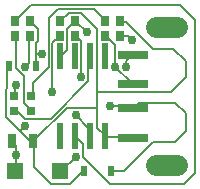
<source format=gbr>
G04 EAGLE Gerber RS-274X export*
G75*
%MOMM*%
%FSLAX34Y34*%
%LPD*%
%INTop Copper*%
%IPPOS*%
%AMOC8*
5,1,8,0,0,1.08239X$1,22.5*%
G01*
%ADD10R,0.700000X0.900000*%
%ADD11R,0.800000X1.200000*%
%ADD12R,0.630000X0.830000*%
%ADD13R,1.400000X1.400000*%
%ADD14R,0.609600X2.209800*%
%ADD15R,0.800000X0.800000*%
%ADD16R,2.500000X0.800000*%
%ADD17C,1.778000*%
%ADD18C,0.152400*%
%ADD19C,0.756400*%


D10*
X247800Y165100D03*
X234800Y165100D03*
D11*
X194200Y63500D03*
X212200Y63500D03*
D12*
X214700Y127000D03*
X191700Y127000D03*
X278200Y38100D03*
X255200Y38100D03*
D13*
X234900Y38100D03*
X196900Y38100D03*
D14*
X234950Y67818D03*
X247650Y67818D03*
X260350Y67818D03*
X273050Y67818D03*
X273050Y135128D03*
X260350Y135128D03*
X247650Y135128D03*
X234950Y135128D03*
D15*
X210700Y88900D03*
X195700Y88900D03*
X210700Y101600D03*
X195700Y101600D03*
D10*
X209700Y165100D03*
X196700Y165100D03*
X247800Y152400D03*
X234800Y152400D03*
X285900Y152400D03*
X272900Y152400D03*
X285900Y165100D03*
X272900Y165100D03*
X209700Y152400D03*
X196700Y152400D03*
D16*
X296900Y91330D03*
X296900Y111870D03*
X296900Y66092D03*
X296900Y136600D03*
D17*
X316210Y43100D02*
X333990Y43100D01*
X333990Y160100D02*
X316210Y160100D01*
D18*
X214884Y146304D02*
X214884Y137160D01*
X214884Y128016D01*
X214884Y146304D02*
X216408Y147828D01*
X216408Y158496D01*
X210312Y164592D01*
X214884Y128016D02*
X214700Y127000D01*
X210312Y164592D02*
X209700Y165100D01*
X274320Y152400D02*
X281940Y144780D01*
X281940Y126492D01*
X295656Y112776D01*
X274320Y152400D02*
X272900Y152400D01*
X295656Y112776D02*
X296900Y111870D01*
X219456Y137160D02*
X214884Y137160D01*
D19*
X219456Y137160D03*
X281940Y126492D03*
D18*
X278200Y38100D02*
X289560Y38100D01*
X313944Y62484D01*
X332232Y62484D01*
X341376Y71628D01*
X341376Y86868D01*
X332232Y96012D01*
X301752Y96012D01*
X297180Y91440D01*
X296900Y91330D01*
X252984Y147828D02*
X248412Y152400D01*
X252984Y147828D02*
X252984Y117348D01*
X277368Y92964D02*
X294132Y92964D01*
X295656Y91440D01*
X248412Y152400D02*
X247800Y152400D01*
X295656Y91440D02*
X296900Y91330D01*
D19*
X252984Y117348D03*
X277368Y92964D03*
D18*
X190500Y108204D02*
X190500Y126492D01*
X190500Y108204D02*
X188976Y106680D01*
X188976Y83820D01*
X201168Y71628D02*
X208788Y64008D01*
X201168Y71628D02*
X188976Y83820D01*
X208788Y64008D02*
X211836Y64008D01*
X190500Y126492D02*
X191700Y127000D01*
X211836Y64008D02*
X212200Y63500D01*
X243840Y27432D02*
X254508Y38100D01*
X243840Y27432D02*
X227076Y27432D01*
X213360Y41148D01*
X213360Y62484D01*
X254508Y38100D02*
X255200Y38100D01*
X213360Y62484D02*
X212200Y63500D01*
X208788Y129540D02*
X208788Y152400D01*
X208788Y129540D02*
X205740Y126492D01*
X205740Y76200D02*
X201168Y71628D01*
X208788Y152400D02*
X209700Y152400D01*
X236220Y166116D02*
X242316Y172212D01*
X252984Y172212D01*
X266700Y158496D01*
X266700Y91440D02*
X266700Y74676D01*
X266700Y91440D02*
X266700Y105156D01*
X266700Y158496D01*
X266700Y74676D02*
X272796Y68580D01*
X234800Y165100D02*
X236220Y166116D01*
X272796Y68580D02*
X273050Y67818D01*
X286512Y164592D02*
X291084Y164592D01*
X313944Y141732D01*
X330708Y141732D01*
X341376Y131064D01*
X341376Y117348D01*
X329184Y105156D01*
X266700Y105156D01*
X286512Y164592D02*
X285900Y165100D01*
X295656Y67056D02*
X274320Y67056D01*
X295656Y67056D02*
X296900Y66092D01*
X274320Y67056D02*
X273050Y67818D01*
X240792Y91440D02*
X213360Y64008D01*
X240792Y91440D02*
X266700Y91440D01*
X213360Y64008D02*
X212200Y63500D01*
D19*
X205740Y126492D03*
X205740Y76200D03*
D18*
X240792Y158496D02*
X246888Y164592D01*
X240792Y158496D02*
X240792Y140208D01*
X236220Y135636D01*
X246888Y164592D02*
X247800Y165100D01*
X236220Y135636D02*
X234950Y135128D01*
X196596Y109728D02*
X196596Y102108D01*
X196596Y109728D02*
X198120Y111252D01*
X198120Y59436D02*
X198120Y51816D01*
X198120Y59436D02*
X195072Y62484D01*
X195700Y101600D02*
X196596Y102108D01*
X194200Y63500D02*
X195072Y62484D01*
X285900Y152400D02*
X292608Y152400D01*
X295656Y149352D01*
X198120Y51816D02*
X198120Y38100D01*
X196900Y38100D01*
X257556Y155448D02*
X248412Y164592D01*
X247800Y165100D01*
D19*
X198120Y111252D03*
X198120Y51816D03*
X295656Y149352D03*
X257556Y155448D03*
D18*
X210312Y178308D02*
X198120Y166116D01*
X210312Y178308D02*
X336804Y178308D01*
X348996Y166116D01*
X348996Y36576D01*
X339852Y27432D01*
X277368Y27432D01*
X254508Y50292D01*
X254508Y60960D01*
X247650Y67818D01*
X196700Y165100D02*
X198120Y166116D01*
X228600Y146304D02*
X234696Y152400D01*
X228600Y146304D02*
X228600Y105156D01*
X248412Y85344D02*
X259080Y74676D01*
X259080Y68580D01*
X234800Y152400D02*
X234696Y152400D01*
X259080Y68580D02*
X260350Y67818D01*
D19*
X228600Y105156D03*
X248412Y85344D03*
D18*
X210312Y89916D02*
X204216Y96012D01*
X204216Y118872D01*
X198120Y124968D01*
X198120Y152400D01*
X210312Y89916D02*
X210700Y88900D01*
X198120Y152400D02*
X196700Y152400D01*
X211836Y112776D02*
X211836Y102108D01*
X211836Y112776D02*
X225552Y126492D01*
X225552Y167640D01*
X233172Y175260D01*
X263652Y175260D01*
X272796Y166116D01*
X211836Y102108D02*
X210700Y101600D01*
X272900Y165100D02*
X272796Y166116D01*
X199644Y88392D02*
X196596Y88392D01*
X199644Y88392D02*
X205740Y82296D01*
X227076Y82296D01*
X259080Y114300D01*
X259080Y134112D01*
X196596Y88392D02*
X195700Y88900D01*
X259080Y134112D02*
X260350Y135128D01*
X248412Y50292D02*
X236220Y38100D01*
X291084Y126492D02*
X291084Y131064D01*
X295656Y135636D01*
X236220Y38100D02*
X234900Y38100D01*
X295656Y135636D02*
X296900Y136600D01*
D19*
X248412Y50292D03*
X291084Y126492D03*
M02*

</source>
